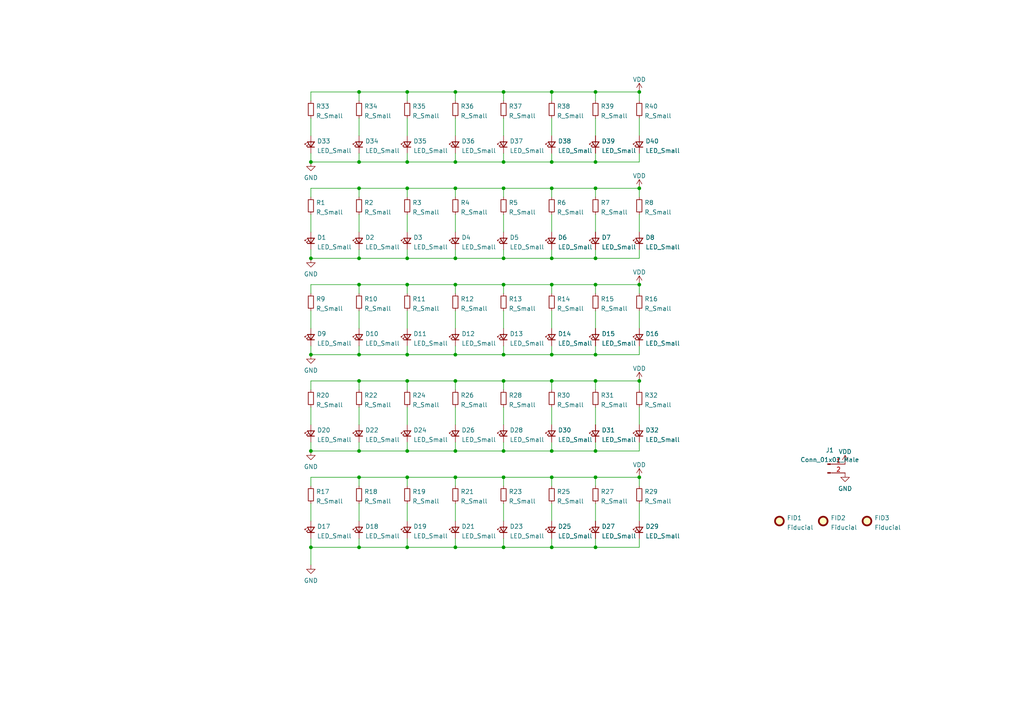
<source format=kicad_sch>
(kicad_sch (version 20231120) (generator "eeschema") (generator_version "8.0")
  (paper "A4")
  (lib_symbols
    (symbol "Connector:Conn_01x02_Male" (pin_names (offset 1.016) hide)
      (property "Reference" "J" (at 0 2.54 0))
      (property "Value" "Conn_01x02_Male" (at 0 -5.08 0))
      (symbol "Conn_01x02_Male_1_1"
        (polyline (pts (xy 1.27 -2.54) (xy 0.8636 -2.54)) (stroke (width 0.1524)))
        (polyline (pts (xy 1.27 0) (xy 0.8636 0)) (stroke (width 0.1524)))
        (rectangle (start 0.8636 -2.413) (end 0 -2.667) (stroke (width 0.1524)) (fill (type outline)))
        (rectangle (start 0.8636 0.127) (end 0 -0.127) (stroke (width 0.1524)) (fill (type outline)))
        (pin passive line (at 5.08 0 180) (length 3.81) (name "Pin_1") (number "1"))
        (pin passive line (at 5.08 -2.54 180) (length 3.81) (name "Pin_2") (number "2"))
      )
    )
    (symbol "Device:LED_Small" (pin_numbers hide) (pin_names (offset 0.254) hide)
      (property "Reference" "D" (at -1.27 3.175 0))
      (property "Value" "LED_Small" (at -4.445 -2.54 0))
      (symbol "LED_Small_0_1"
        (polyline (pts (xy -0.762 -1.016) (xy -0.762 1.016)) (stroke (width 0.254)))
        (polyline (pts (xy 1.016 0) (xy -0.762 0)))
        (polyline (pts (xy 0.762 -1.016) (xy -0.762 0) (xy 0.762 1.016) (xy 0.762 -1.016)) (stroke (width 0.254)))
        (polyline (pts (xy 0 0.762) (xy -0.508 1.27) (xy -0.254 1.27) (xy -0.508 1.27) (xy -0.508 1.016)))
        (polyline (pts (xy 0.508 1.27) (xy 0 1.778) (xy 0.254 1.778) (xy 0 1.778) (xy 0 1.524)))
      )
      (symbol "LED_Small_1_1"
        (pin passive line (at -2.54 0 0) (length 1.778) (name "K") (number "1"))
        (pin passive line (at 2.54 0 180) (length 1.778) (name "A") (number "2"))
      )
    )
    (symbol "Device:R_Small" (pin_numbers hide) (pin_names (offset 0.254) hide)
      (property "Reference" "R" (at 0.762 0.508 0))
      (property "Value" "R_Small" (at 0.762 -1.016 0))
      (symbol "R_Small_0_1"
        (rectangle (start -0.762 1.778) (end 0.762 -1.778) (stroke (width 0.2032)))
      )
      (symbol "R_Small_1_1"
        (pin passive line (at 0 2.54 270) (length 0.762) (name "~") (number "1"))
        (pin passive line (at 0 -2.54 90) (length 0.762) (name "~") (number "2"))
      )
    )
    (symbol "Mechanical:Fiducial"
      (property "Reference" "FID" (at 0 5.08 0))
      (property "Value" "Fiducial" (at 0 3.175 0))
      (symbol "Fiducial_0_1"
        (circle (center 0 0) (radius 1.27) (stroke (width 0.508)) (fill (type background)))
      )
    )
    (symbol "power:GND" (power) (pin_names (offset 0))
      (property "Value" "GND" (at 0 -3.81 0))
      (symbol "GND_0_1"
        (polyline (pts (xy 0 0) (xy 0 -1.27) (xy 1.27 -1.27) (xy 0 -2.54) (xy -1.27 -1.27) (xy 0 -1.27)))
      )
      (symbol "GND_1_1"
        (pin power_in line (at 0 0 270) (length 0) hide (name "GND") (number "1"))
      )
    )
    (symbol "power:VDD" (power) (pin_names (offset 0))
      (property "Value" "VDD" (at 0 3.81 0))
      (symbol "VDD_0_1"
        (polyline (pts (xy -0.762 1.27) (xy 0 2.54)))
        (polyline (pts (xy 0 0) (xy 0 2.54)))
        (polyline (pts (xy 0 2.54) (xy 0.762 1.27)))
      )
      (symbol "VDD_1_1"
        (pin power_in line (at 0 0 90) (length 0) hide (name "VDD") (number "1"))
      )
    )
  )
  (junction (at 118.11 46.99))
  (junction (at 146.05 138.43))
  (junction (at 104.14 26.67))
  (junction (at 104.14 130.81))
  (junction (at 132.08 102.87))
  (junction (at 118.11 130.81))
  (junction (at 104.14 110.49))
  (junction (at 104.14 102.87))
  (junction (at 118.11 54.61))
  (junction (at 146.05 102.87))
  (junction (at 160.02 26.67))
  (junction (at 118.11 158.75))
  (junction (at 160.02 74.93))
  (junction (at 90.17 130.81))
  (junction (at 146.05 54.61))
  (junction (at 146.05 110.49))
  (junction (at 132.08 74.93))
  (junction (at 160.02 110.49))
  (junction (at 104.14 82.55))
  (junction (at 90.17 74.93))
  (junction (at 104.14 158.75))
  (junction (at 118.11 110.49))
  (junction (at 172.72 82.55))
  (junction (at 118.11 138.43))
  (junction (at 160.02 158.75))
  (junction (at 118.11 74.93))
  (junction (at 90.17 46.99))
  (junction (at 160.02 54.61))
  (junction (at 132.08 130.81))
  (junction (at 185.42 54.61))
  (junction (at 185.42 26.67))
  (junction (at 172.72 46.99))
  (junction (at 118.11 102.87))
  (junction (at 185.42 82.55))
  (junction (at 104.14 138.43))
  (junction (at 104.14 46.99))
  (junction (at 132.08 46.99))
  (junction (at 172.72 138.43))
  (junction (at 172.72 110.49))
  (junction (at 132.08 110.49))
  (junction (at 132.08 82.55))
  (junction (at 185.42 110.49))
  (junction (at 172.72 158.75))
  (junction (at 172.72 130.81))
  (junction (at 146.05 74.93))
  (junction (at 90.17 158.75))
  (junction (at 146.05 82.55))
  (junction (at 172.72 54.61))
  (junction (at 132.08 158.75))
  (junction (at 160.02 138.43))
  (junction (at 172.72 102.87))
  (junction (at 132.08 26.67))
  (junction (at 160.02 130.81))
  (junction (at 160.02 102.87))
  (junction (at 104.14 54.61))
  (junction (at 118.11 82.55))
  (junction (at 146.05 130.81))
  (junction (at 185.42 138.43))
  (junction (at 172.72 74.93))
  (junction (at 118.11 26.67))
  (junction (at 132.08 54.61))
  (junction (at 90.17 102.87))
  (junction (at 146.05 26.67))
  (junction (at 160.02 46.99))
  (junction (at 104.14 74.93))
  (junction (at 172.72 26.67))
  (junction (at 132.08 138.43))
  (junction (at 146.05 46.99))
  (junction (at 160.02 82.55))
  (junction (at 146.05 158.75))
  (wire (pts (xy 118.11 138.43) (xy 118.11 140.97)))
  (wire (pts (xy 160.02 110.49) (xy 146.05 110.49)))
  (wire (pts (xy 118.11 54.61) (xy 132.08 54.61)))
  (wire (pts (xy 185.42 138.43) (xy 185.42 140.97)))
  (wire (pts (xy 132.08 102.87) (xy 146.05 102.87)))
  (wire (pts (xy 160.02 138.43) (xy 160.02 140.97)))
  (wire (pts (xy 172.72 26.67) (xy 160.02 26.67)))
  (wire (pts (xy 132.08 54.61) (xy 132.08 57.15)))
  (wire (pts (xy 132.08 62.23) (xy 132.08 67.31)))
  (wire (pts (xy 146.05 138.43) (xy 146.05 140.97)))
  (wire (pts (xy 185.42 146.05) (xy 185.42 151.13)))
  (wire (pts (xy 90.17 158.75) (xy 90.17 163.83)))
  (wire (pts (xy 132.08 130.81) (xy 146.05 130.81)))
  (wire (pts (xy 146.05 146.05) (xy 146.05 151.13)))
  (wire (pts (xy 172.72 82.55) (xy 172.72 85.09)))
  (wire (pts (xy 146.05 26.67) (xy 160.02 26.67)))
  (wire (pts (xy 118.11 110.49) (xy 118.11 113.03)))
  (wire (pts (xy 132.08 158.75) (xy 146.05 158.75)))
  (wire (pts (xy 185.42 46.99) (xy 185.42 44.45)))
  (wire (pts (xy 90.17 128.27) (xy 90.17 130.81)))
  (wire (pts (xy 90.17 72.39) (xy 90.17 74.93)))
  (wire (pts (xy 104.14 100.33) (xy 104.14 102.87)))
  (wire (pts (xy 172.72 26.67) (xy 172.72 29.21)))
  (wire (pts (xy 185.42 158.75) (xy 185.42 156.21)))
  (wire (pts (xy 146.05 82.55) (xy 146.05 85.09)))
  (wire (pts (xy 132.08 26.67) (xy 132.08 29.21)))
  (wire (pts (xy 118.11 158.75) (xy 132.08 158.75)))
  (wire (pts (xy 104.14 34.29) (xy 104.14 39.37)))
  (wire (pts (xy 146.05 72.39) (xy 146.05 74.93)))
  (wire (pts (xy 132.08 138.43) (xy 132.08 140.97)))
  (wire (pts (xy 90.17 130.81) (xy 104.14 130.81)))
  (wire (pts (xy 146.05 26.67) (xy 132.08 26.67)))
  (wire (pts (xy 146.05 118.11) (xy 146.05 123.19)))
  (wire (pts (xy 90.17 100.33) (xy 90.17 102.87)))
  (wire (pts (xy 90.17 74.93) (xy 104.14 74.93)))
  (wire (pts (xy 160.02 110.49) (xy 160.02 113.03)))
  (wire (pts (xy 118.11 110.49) (xy 132.08 110.49)))
  (wire (pts (xy 90.17 110.49) (xy 104.14 110.49)))
  (wire (pts (xy 146.05 138.43) (xy 132.08 138.43)))
  (wire (pts (xy 172.72 72.39) (xy 172.72 74.93)))
  (wire (pts (xy 160.02 128.27) (xy 160.02 130.81)))
  (wire (pts (xy 160.02 26.67) (xy 160.02 29.21)))
  (wire (pts (xy 90.17 140.97) (xy 90.17 138.43)))
  (wire (pts (xy 104.14 110.49) (xy 104.14 113.03)))
  (wire (pts (xy 146.05 100.33) (xy 146.05 102.87)))
  (wire (pts (xy 160.02 46.99) (xy 172.72 46.99)))
  (wire (pts (xy 160.02 74.93) (xy 172.72 74.93)))
  (wire (pts (xy 118.11 138.43) (xy 104.14 138.43)))
  (wire (pts (xy 132.08 26.67) (xy 118.11 26.67)))
  (wire (pts (xy 132.08 44.45) (xy 132.08 46.99)))
  (wire (pts (xy 118.11 156.21) (xy 118.11 158.75)))
  (wire (pts (xy 90.17 29.21) (xy 90.17 26.67)))
  (wire (pts (xy 160.02 102.87) (xy 172.72 102.87)))
  (wire (pts (xy 146.05 46.99) (xy 160.02 46.99)))
  (wire (pts (xy 185.42 34.29) (xy 185.42 39.37)))
  (wire (pts (xy 172.72 110.49) (xy 172.72 113.03)))
  (wire (pts (xy 90.17 156.21) (xy 90.17 158.75)))
  (wire (pts (xy 172.72 82.55) (xy 160.02 82.55)))
  (wire (pts (xy 90.17 102.87) (xy 104.14 102.87)))
  (wire (pts (xy 90.17 34.29) (xy 90.17 39.37)))
  (wire (pts (xy 104.14 118.11) (xy 104.14 123.19)))
  (wire (pts (xy 160.02 130.81) (xy 172.72 130.81)))
  (wire (pts (xy 132.08 128.27) (xy 132.08 130.81)))
  (wire (pts (xy 160.02 90.17) (xy 160.02 95.25)))
  (wire (pts (xy 90.17 62.23) (xy 90.17 67.31)))
  (wire (pts (xy 104.14 128.27) (xy 104.14 130.81)))
  (wire (pts (xy 146.05 74.93) (xy 160.02 74.93)))
  (wire (pts (xy 146.05 128.27) (xy 146.05 130.81)))
  (wire (pts (xy 104.14 130.81) (xy 118.11 130.81)))
  (wire (pts (xy 172.72 158.75) (xy 185.42 158.75)))
  (wire (pts (xy 172.72 62.23) (xy 172.72 67.31)))
  (wire (pts (xy 104.14 158.75) (xy 118.11 158.75)))
  (wire (pts (xy 90.17 90.17) (xy 90.17 95.25)))
  (wire (pts (xy 160.02 118.11) (xy 160.02 123.19)))
  (wire (pts (xy 160.02 100.33) (xy 160.02 102.87)))
  (wire (pts (xy 146.05 82.55) (xy 160.02 82.55)))
  (wire (pts (xy 90.17 85.09) (xy 90.17 82.55)))
  (wire (pts (xy 172.72 90.17) (xy 172.72 95.25)))
  (wire (pts (xy 185.42 110.49) (xy 185.42 113.03)))
  (wire (pts (xy 172.72 74.93) (xy 185.42 74.93)))
  (wire (pts (xy 160.02 72.39) (xy 160.02 74.93)))
  (wire (pts (xy 172.72 156.21) (xy 172.72 158.75)))
  (wire (pts (xy 172.72 26.67) (xy 185.42 26.67)))
  (wire (pts (xy 172.72 46.99) (xy 185.42 46.99)))
  (wire (pts (xy 146.05 62.23) (xy 146.05 67.31)))
  (wire (pts (xy 90.17 46.99) (xy 104.14 46.99)))
  (wire (pts (xy 146.05 44.45) (xy 146.05 46.99)))
  (wire (pts (xy 172.72 34.29) (xy 172.72 39.37)))
  (wire (pts (xy 104.14 54.61) (xy 104.14 57.15)))
  (wire (pts (xy 160.02 44.45) (xy 160.02 46.99)))
  (wire (pts (xy 160.02 146.05) (xy 160.02 151.13)))
  (wire (pts (xy 90.17 118.11) (xy 90.17 123.19)))
  (wire (pts (xy 185.42 54.61) (xy 185.42 57.15)))
  (wire (pts (xy 118.11 82.55) (xy 118.11 85.09)))
  (wire (pts (xy 90.17 158.75) (xy 104.14 158.75)))
  (wire (pts (xy 146.05 110.49) (xy 146.05 113.03)))
  (wire (pts (xy 118.11 26.67) (xy 118.11 29.21)))
  (wire (pts (xy 172.72 100.33) (xy 172.72 102.87)))
  (wire (pts (xy 104.14 156.21) (xy 104.14 158.75)))
  (wire (pts (xy 118.11 46.99) (xy 132.08 46.99)))
  (wire (pts (xy 172.72 118.11) (xy 172.72 123.19)))
  (wire (pts (xy 132.08 72.39) (xy 132.08 74.93)))
  (wire (pts (xy 160.02 62.23) (xy 160.02 67.31)))
  (wire (pts (xy 185.42 138.43) (xy 172.72 138.43)))
  (wire (pts (xy 118.11 128.27) (xy 118.11 130.81)))
  (wire (pts (xy 104.14 90.17) (xy 104.14 95.25)))
  (wire (pts (xy 118.11 100.33) (xy 118.11 102.87)))
  (wire (pts (xy 118.11 102.87) (xy 132.08 102.87)))
  (wire (pts (xy 160.02 54.61) (xy 172.72 54.61)))
  (wire (pts (xy 104.14 82.55) (xy 90.17 82.55)))
  (wire (pts (xy 185.42 130.81) (xy 185.42 128.27)))
  (wire (pts (xy 185.42 82.55) (xy 185.42 85.09)))
  (wire (pts (xy 185.42 110.49) (xy 172.72 110.49)))
  (wire (pts (xy 118.11 26.67) (xy 104.14 26.67)))
  (wire (pts (xy 118.11 118.11) (xy 118.11 123.19)))
  (wire (pts (xy 132.08 156.21) (xy 132.08 158.75)))
  (wire (pts (xy 160.02 34.29) (xy 160.02 39.37)))
  (wire (pts (xy 146.05 130.81) (xy 160.02 130.81)))
  (wire (pts (xy 146.05 102.87) (xy 160.02 102.87)))
  (wire (pts (xy 132.08 110.49) (xy 132.08 113.03)))
  (wire (pts (xy 104.14 62.23) (xy 104.14 67.31)))
  (wire (pts (xy 185.42 74.93) (xy 185.42 72.39)))
  (wire (pts (xy 118.11 90.17) (xy 118.11 95.25)))
  (wire (pts (xy 146.05 110.49) (xy 132.08 110.49)))
  (wire (pts (xy 160.02 110.49) (xy 172.72 110.49)))
  (wire (pts (xy 132.08 82.55) (xy 132.08 85.09)))
  (wire (pts (xy 132.08 90.17) (xy 132.08 95.25)))
  (wire (pts (xy 132.08 118.11) (xy 132.08 123.19)))
  (wire (pts (xy 104.14 102.87) (xy 118.11 102.87)))
  (wire (pts (xy 146.05 156.21) (xy 146.05 158.75)))
  (wire (pts (xy 104.14 72.39) (xy 104.14 74.93)))
  (wire (pts (xy 132.08 34.29) (xy 132.08 39.37)))
  (wire (pts (xy 172.72 130.81) (xy 185.42 130.81)))
  (wire (pts (xy 146.05 34.29) (xy 146.05 39.37)))
  (wire (pts (xy 90.17 113.03) (xy 90.17 110.49)))
  (wire (pts (xy 185.42 90.17) (xy 185.42 95.25)))
  (wire (pts (xy 185.42 26.67) (xy 185.42 29.21)))
  (wire (pts (xy 104.14 110.49) (xy 118.11 110.49)))
  (wire (pts (xy 146.05 90.17) (xy 146.05 95.25)))
  (wire (pts (xy 104.14 138.43) (xy 90.17 138.43)))
  (wire (pts (xy 172.72 138.43) (xy 160.02 138.43)))
  (wire (pts (xy 185.42 54.61) (xy 172.72 54.61)))
  (wire (pts (xy 104.14 74.93) (xy 118.11 74.93)))
  (wire (pts (xy 90.17 26.67) (xy 104.14 26.67)))
  (wire (pts (xy 118.11 54.61) (xy 118.11 57.15)))
  (wire (pts (xy 172.72 102.87) (xy 185.42 102.87)))
  (wire (pts (xy 90.17 57.15) (xy 90.17 54.61)))
  (wire (pts (xy 90.17 146.05) (xy 90.17 151.13)))
  (wire (pts (xy 172.72 44.45) (xy 172.72 46.99)))
  (wire (pts (xy 104.14 82.55) (xy 118.11 82.55)))
  (wire (pts (xy 132.08 74.93) (xy 146.05 74.93)))
  (wire (pts (xy 160.02 158.75) (xy 172.72 158.75)))
  (wire (pts (xy 118.11 44.45) (xy 118.11 46.99)))
  (wire (pts (xy 172.72 128.27) (xy 172.72 130.81)))
  (wire (pts (xy 118.11 130.81) (xy 132.08 130.81)))
  (wire (pts (xy 104.14 146.05) (xy 104.14 151.13)))
  (wire (pts (xy 132.08 82.55) (xy 118.11 82.55)))
  (wire (pts (xy 146.05 54.61) (xy 146.05 57.15)))
  (wire (pts (xy 160.02 54.61) (xy 146.05 54.61)))
  (wire (pts (xy 118.11 74.93) (xy 132.08 74.93)))
  (wire (pts (xy 90.17 44.45) (xy 90.17 46.99)))
  (wire (pts (xy 132.08 46.99) (xy 146.05 46.99)))
  (wire (pts (xy 104.14 54.61) (xy 118.11 54.61)))
  (wire (pts (xy 118.11 138.43) (xy 132.08 138.43)))
  (wire (pts (xy 172.72 54.61) (xy 172.72 57.15)))
  (wire (pts (xy 118.11 146.05) (xy 118.11 151.13)))
  (wire (pts (xy 132.08 146.05) (xy 132.08 151.13)))
  (wire (pts (xy 185.42 118.11) (xy 185.42 123.19)))
  (wire (pts (xy 146.05 26.67) (xy 146.05 29.21)))
  (wire (pts (xy 118.11 72.39) (xy 118.11 74.93)))
  (wire (pts (xy 160.02 138.43) (xy 146.05 138.43)))
  (wire (pts (xy 172.72 138.43) (xy 172.72 140.97)))
  (wire (pts (xy 132.08 82.55) (xy 146.05 82.55)))
  (wire (pts (xy 104.14 44.45) (xy 104.14 46.99)))
  (wire (pts (xy 185.42 62.23) (xy 185.42 67.31)))
  (wire (pts (xy 146.05 158.75) (xy 160.02 158.75)))
  (wire (pts (xy 132.08 100.33) (xy 132.08 102.87)))
  (wire (pts (xy 104.14 54.61) (xy 90.17 54.61)))
  (wire (pts (xy 172.72 82.55) (xy 185.42 82.55)))
  (wire (pts (xy 160.02 54.61) (xy 160.02 57.15)))
  (wire (pts (xy 104.14 82.55) (xy 104.14 85.09)))
  (wire (pts (xy 104.14 138.43) (xy 104.14 140.97)))
  (wire (pts (xy 104.14 26.67) (xy 104.14 29.21)))
  (wire (pts (xy 160.02 82.55) (xy 160.02 85.09)))
  (wire (pts (xy 118.11 34.29) (xy 118.11 39.37)))
  (wire (pts (xy 160.02 156.21) (xy 160.02 158.75)))
  (wire (pts (xy 104.14 46.99) (xy 118.11 46.99)))
  (wire (pts (xy 172.72 146.05) (xy 172.72 151.13)))
  (wire (pts (xy 132.08 54.61) (xy 146.05 54.61)))
  (wire (pts (xy 185.42 102.87) (xy 185.42 100.33)))
  (wire (pts (xy 118.11 62.23) (xy 118.11 67.31)))
  (symbol (lib_id "Device:R_Small") (at 172.72 115.57 0) (unit 1)
    (property "Reference" "R31" (at 174.2186 114.6615 0) (effects (justify left)))
    (property "Value" "R_Small" (at 174.2186 117.4366 0) (effects (justify left)))
    (property "Footprint" "Resistor_SMD:R_0603_1608Metric" (effects (hide yes)))
  )
  (symbol (lib_id "Device:R_Small") (at 118.11 115.57 0) (unit 1)
    (property "Reference" "R24" (at 119.6086 114.6615 0) (effects (justify left)))
    (property "Value" "R_Small" (at 119.6086 117.4366 0) (effects (justify left)))
    (property "Footprint" "Resistor_SMD:R_0603_1608Metric" (effects (hide yes)))
  )
  (symbol (lib_id "Device:R_Small") (at 90.17 87.63 0) (unit 1)
    (property "Reference" "R9" (at 91.6686 86.7215 0) (effects (justify left)))
    (property "Value" "R_Small" (at 91.6686 89.4966 0) (effects (justify left)))
    (property "Footprint" "Resistor_SMD:R_0603_1608Metric" (effects (hide yes)))
  )
  (symbol (lib_id "power:GND") (at 90.17 130.81 0) (unit 1)
    (property "Reference" "#PWR0108" (effects (hide yes)))
    (property "Value" "GND" (at 90.17 135.3725 0))
  )
  (symbol (lib_id "Device:LED_Small") (at 118.11 69.85 90) (unit 1)
    (property "Reference" "D3" (at 119.888 68.878 90) (effects (justify right)))
    (property "Value" "LED_Small" (at 119.888 71.6531 90) (effects (justify right)))
    (property "Footprint" "LED_SMD:LED_0603_1608Metric" (effects (hide yes)))
  )
  (symbol (lib_id "Device:R_Small") (at 118.11 59.69 0) (unit 1)
    (property "Reference" "R3" (at 119.6086 58.7815 0) (effects (justify left)))
    (property "Value" "R_Small" (at 119.6086 61.5566 0) (effects (justify left)))
    (property "Footprint" "Resistor_SMD:R_0603_1608Metric" (effects (hide yes)))
  )
  (symbol (lib_id "Device:LED_Small") (at 118.11 97.79 90) (unit 1)
    (property "Reference" "D11" (at 119.888 96.818 90) (effects (justify right)))
    (property "Value" "LED_Small" (at 119.888 99.5931 90) (effects (justify right)))
    (property "Footprint" "LED_SMD:LED_0603_1608Metric" (effects (hide yes)))
  )
  (symbol (lib_id "Device:LED_Small") (at 172.72 153.67 90) (unit 1)
    (property "Reference" "D27" (at 174.498 152.698 90) (effects (justify right)))
    (property "Value" "LED_Small" (at 174.498 155.4731 90) (effects (justify right)))
    (property "Footprint" "LED_SMD:LED_0603_1608Metric" (effects (hide yes)))
  )
  (symbol (lib_id "Device:LED_Small") (at 118.11 153.67 90) (unit 1)
    (property "Reference" "D19" (at 119.888 152.698 90) (effects (justify right)))
    (property "Value" "LED_Small" (at 119.888 155.4731 90) (effects (justify right)))
    (property "Footprint" "LED_SMD:LED_0603_1608Metric" (effects (hide yes)))
  )
  (symbol (lib_id "Device:R_Small") (at 185.42 115.57 0) (unit 1)
    (property "Reference" "R32" (at 186.9186 114.6615 0) (effects (justify left)))
    (property "Value" "R_Small" (at 186.9186 117.4366 0) (effects (justify left)))
    (property "Footprint" "Resistor_SMD:R_0603_1608Metric" (effects (hide yes)))
  )
  (symbol (lib_id "Device:R_Small") (at 104.14 115.57 0) (unit 1)
    (property "Reference" "R22" (at 105.6386 114.6615 0) (effects (justify left)))
    (property "Value" "R_Small" (at 105.6386 117.4366 0) (effects (justify left)))
    (property "Footprint" "Resistor_SMD:R_0603_1608Metric" (effects (hide yes)))
  )
  (symbol (lib_id "power:VDD") (at 185.42 54.61 0) (unit 1)
    (property "Reference" "#PWR0101" (effects (hide yes)))
    (property "Value" "VDD" (at 185.42 51.0055 0))
  )
  (symbol (lib_id "Device:LED_Small") (at 118.11 125.73 90) (unit 1)
    (property "Reference" "D24" (at 119.888 124.758 90) (effects (justify right)))
    (property "Value" "LED_Small" (at 119.888 127.5331 90) (effects (justify right)))
    (property "Footprint" "LED_SMD:LED_0603_1608Metric" (effects (hide yes)))
  )
  (symbol (lib_id "Device:R_Small") (at 185.42 143.51 0) (unit 1)
    (property "Reference" "R29" (at 186.9186 142.6015 0) (effects (justify left)))
    (property "Value" "R_Small" (at 186.9186 145.3766 0) (effects (justify left)))
    (property "Footprint" "Resistor_SMD:R_0603_1608Metric" (effects (hide yes)))
  )
  (symbol (lib_id "power:GND") (at 245.11 137.16 0) (unit 1)
    (property "Reference" "#PWR0106" (effects (hide yes)))
    (property "Value" "GND" (at 245.11 141.7225 0))
  )
  (symbol (lib_id "power:GND") (at 90.17 46.99 0) (unit 1)
    (property "Reference" "#PWR0111" (effects (hide yes)))
    (property "Value" "GND" (at 90.17 51.5525 0))
  )
  (symbol (lib_id "Device:R_Small") (at 118.11 143.51 0) (unit 1)
    (property "Reference" "R19" (at 119.6086 142.6015 0) (effects (justify left)))
    (property "Value" "R_Small" (at 119.6086 145.3766 0) (effects (justify left)))
    (property "Footprint" "Resistor_SMD:R_0603_1608Metric" (effects (hide yes)))
  )
  (symbol (lib_id "Device:LED_Small") (at 90.17 125.73 90) (unit 1)
    (property "Reference" "D20" (at 91.948 124.758 90) (effects (justify right)))
    (property "Value" "LED_Small" (at 91.948 127.5331 90) (effects (justify right)))
    (property "Footprint" "LED_SMD:LED_0603_1608Metric" (effects (hide yes)))
  )
  (symbol (lib_id "power:VDD") (at 185.42 138.43 0) (unit 1)
    (property "Reference" "#PWR0109" (effects (hide yes)))
    (property "Value" "VDD" (at 185.42 134.8255 0))
  )
  (symbol (lib_id "Device:R_Small") (at 160.02 31.75 0) (unit 1)
    (property "Reference" "R38" (at 161.5186 30.8415 0) (effects (justify left)))
    (property "Value" "R_Small" (at 161.5186 33.6166 0) (effects (justify left)))
    (property "Footprint" "Resistor_SMD:R_0603_1608Metric" (effects (hide yes)))
  )
  (symbol (lib_id "Device:R_Small") (at 132.08 31.75 0) (unit 1)
    (property "Reference" "R36" (at 133.5786 30.8415 0) (effects (justify left)))
    (property "Value" "R_Small" (at 133.5786 33.6166 0) (effects (justify left)))
    (property "Footprint" "Resistor_SMD:R_0603_1608Metric" (effects (hide yes)))
  )
  (symbol (lib_id "Device:R_Small") (at 132.08 59.69 0) (unit 1)
    (property "Reference" "R4" (at 133.5786 58.7815 0) (effects (justify left)))
    (property "Value" "R_Small" (at 133.5786 61.5566 0) (effects (justify left)))
    (property "Footprint" "Resistor_SMD:R_0603_1608Metric" (effects (hide yes)))
  )
  (symbol (lib_id "Device:LED_Small") (at 104.14 97.79 90) (unit 1)
    (property "Reference" "D10" (at 105.918 96.818 90) (effects (justify right)))
    (property "Value" "LED_Small" (at 105.918 99.5931 90) (effects (justify right)))
    (property "Footprint" "LED_SMD:LED_0603_1608Metric" (effects (hide yes)))
  )
  (symbol (lib_id "Device:R_Small") (at 146.05 143.51 0) (unit 1)
    (property "Reference" "R23" (at 147.5486 142.6015 0) (effects (justify left)))
    (property "Value" "R_Small" (at 147.5486 145.3766 0) (effects (justify left)))
    (property "Footprint" "Resistor_SMD:R_0603_1608Metric" (effects (hide yes)))
  )
  (symbol (lib_id "Device:R_Small") (at 118.11 87.63 0) (unit 1)
    (property "Reference" "R11" (at 119.6086 86.7215 0) (effects (justify left)))
    (property "Value" "R_Small" (at 119.6086 89.4966 0) (effects (justify left)))
    (property "Footprint" "Resistor_SMD:R_0603_1608Metric" (effects (hide yes)))
  )
  (symbol (lib_id "Device:R_Small") (at 185.42 59.69 0) (unit 1)
    (property "Reference" "R8" (at 186.9186 58.7815 0) (effects (justify left)))
    (property "Value" "R_Small" (at 186.9186 61.5566 0) (effects (justify left)))
    (property "Footprint" "Resistor_SMD:R_0603_1608Metric" (effects (hide yes)))
  )
  (symbol (lib_id "Device:LED_Small") (at 90.17 153.67 90) (unit 1)
    (property "Reference" "D17" (at 91.948 152.698 90) (effects (justify right)))
    (property "Value" "LED_Small" (at 91.948 155.4731 90) (effects (justify right)))
    (property "Footprint" "LED_SMD:LED_0603_1608Metric" (effects (hide yes)))
  )
  (symbol (lib_id "Device:LED_Small") (at 146.05 97.79 90) (unit 1)
    (property "Reference" "D13" (at 147.828 96.818 90) (effects (justify right)))
    (property "Value" "LED_Small" (at 147.828 99.5931 90) (effects (justify right)))
    (property "Footprint" "LED_SMD:LED_0603_1608Metric" (effects (hide yes)))
  )
  (symbol (lib_id "Device:R_Small") (at 90.17 31.75 0) (unit 1)
    (property "Reference" "R33" (at 91.6686 30.8415 0) (effects (justify left)))
    (property "Value" "R_Small" (at 91.6686 33.6166 0) (effects (justify left)))
    (property "Footprint" "Resistor_SMD:R_0603_1608Metric" (effects (hide yes)))
  )
  (symbol (lib_id "Device:LED_Small") (at 104.14 69.85 90) (unit 1)
    (property "Reference" "D2" (at 105.918 68.878 90) (effects (justify right)))
    (property "Value" "LED_Small" (at 105.918 71.6531 90) (effects (justify right)))
    (property "Footprint" "LED_SMD:LED_0603_1608Metric" (effects (hide yes)))
  )
  (symbol (lib_id "Device:R_Small") (at 118.11 31.75 0) (unit 1)
    (property "Reference" "R35" (at 119.6086 30.8415 0) (effects (justify left)))
    (property "Value" "R_Small" (at 119.6086 33.6166 0) (effects (justify left)))
    (property "Footprint" "Resistor_SMD:R_0603_1608Metric" (effects (hide yes)))
  )
  (symbol (lib_id "Device:R_Small") (at 185.42 31.75 0) (unit 1)
    (property "Reference" "R40" (at 186.9186 30.8415 0) (effects (justify left)))
    (property "Value" "R_Small" (at 186.9186 33.6166 0) (effects (justify left)))
    (property "Footprint" "Resistor_SMD:R_0603_1608Metric" (effects (hide yes)))
  )
  (symbol (lib_id "Device:LED_Small") (at 160.02 97.79 90) (unit 1)
    (property "Reference" "D14" (at 161.798 96.818 90) (effects (justify right)))
    (property "Value" "LED_Small" (at 161.798 99.5931 90) (effects (justify right)))
    (property "Footprint" "LED_SMD:LED_0603_1608Metric" (effects (hide yes)))
  )
  (symbol (lib_id "Device:R_Small") (at 146.05 31.75 0) (unit 1)
    (property "Reference" "R37" (at 147.5486 30.8415 0) (effects (justify left)))
    (property "Value" "R_Small" (at 147.5486 33.6166 0) (effects (justify left)))
    (property "Footprint" "Resistor_SMD:R_0603_1608Metric" (effects (hide yes)))
  )
  (symbol (lib_id "Device:R_Small") (at 104.14 31.75 0) (unit 1)
    (property "Reference" "R34" (at 105.6386 30.8415 0) (effects (justify left)))
    (property "Value" "R_Small" (at 105.6386 33.6166 0) (effects (justify left)))
    (property "Footprint" "Resistor_SMD:R_0603_1608Metric" (effects (hide yes)))
  )
  (symbol (lib_id "Device:LED_Small") (at 172.72 41.91 90) (unit 1)
    (property "Reference" "D39" (at 174.498 40.938 90) (effects (justify right)))
    (property "Value" "LED_Small" (at 174.498 43.7131 90) (effects (justify right)))
    (property "Footprint" "LED_SMD:LED_0603_1608Metric" (effects (hide yes)))
  )
  (symbol (lib_id "Device:LED_Small") (at 90.17 97.79 90) (unit 1)
    (property "Reference" "D9" (at 91.948 96.818 90) (effects (justify right)))
    (property "Value" "LED_Small" (at 91.948 99.5931 90) (effects (justify right)))
    (property "Footprint" "LED_SMD:LED_0603_1608Metric" (effects (hide yes)))
  )
  (symbol (lib_id "Device:R_Small") (at 172.72 87.63 0) (unit 1)
    (property "Reference" "R15" (at 174.2186 86.7215 0) (effects (justify left)))
    (property "Value" "R_Small" (at 174.2186 89.4966 0) (effects (justify left)))
    (property "Footprint" "Resistor_SMD:R_0603_1608Metric" (effects (hide yes)))
  )
  (symbol (lib_id "Device:R_Small") (at 172.72 59.69 0) (unit 1)
    (property "Reference" "R7" (at 174.2186 58.7815 0) (effects (justify left)))
    (property "Value" "R_Small" (at 174.2186 61.5566 0) (effects (justify left)))
    (property "Footprint" "Resistor_SMD:R_0603_1608Metric" (effects (hide yes)))
  )
  (symbol (lib_id "Device:LED_Small") (at 132.08 153.67 90) (unit 1)
    (property "Reference" "D21" (at 133.858 152.698 90) (effects (justify right)))
    (property "Value" "LED_Small" (at 133.858 155.4731 90) (effects (justify right)))
    (property "Footprint" "LED_SMD:LED_0603_1608Metric" (effects (hide yes)))
  )
  (symbol (lib_id "Mechanical:Fiducial") (at 251.46 151.13 0) (unit 1)
    (property "Reference" "FID3" (at 253.619 150.2215 0) (effects (justify left)))
    (property "Value" "Fiducial" (at 253.619 152.9966 0) (effects (justify left)))
    (property "Footprint" "Fiducial:Fiducial_1mm_Mask3mm" (effects (hide yes)))
  )
  (symbol (lib_id "Device:LED_Small") (at 185.42 125.73 90) (unit 1)
    (property "Reference" "D32" (at 187.198 124.758 90) (effects (justify right)))
    (property "Value" "LED_Small" (at 187.198 127.5331 90) (effects (justify right)))
    (property "Footprint" "LED_SMD:LED_0603_1608Metric" (effects (hide yes)))
  )
  (symbol (lib_id "Device:R_Small") (at 90.17 59.69 0) (unit 1)
    (property "Reference" "R1" (at 91.6686 58.7815 0) (effects (justify left)))
    (property "Value" "R_Small" (at 91.6686 61.5566 0) (effects (justify left)))
    (property "Footprint" "Resistor_SMD:R_0603_1608Metric" (effects (hide yes)))
  )
  (symbol (lib_id "Device:R_Small") (at 160.02 143.51 0) (unit 1)
    (property "Reference" "R25" (at 161.5186 142.6015 0) (effects (justify left)))
    (property "Value" "R_Small" (at 161.5186 145.3766 0) (effects (justify left)))
    (property "Footprint" "Resistor_SMD:R_0603_1608Metric" (effects (hide yes)))
  )
  (symbol (lib_id "Device:LED_Small") (at 160.02 69.85 90) (unit 1)
    (property "Reference" "D6" (at 161.798 68.878 90) (effects (justify right)))
    (property "Value" "LED_Small" (at 161.798 71.6531 90) (effects (justify right)))
    (property "Footprint" "LED_SMD:LED_0603_1608Metric" (effects (hide yes)))
  )
  (symbol (lib_id "Device:R_Small") (at 104.14 143.51 0) (unit 1)
    (property "Reference" "R18" (at 105.6386 142.6015 0) (effects (justify left)))
    (property "Value" "R_Small" (at 105.6386 145.3766 0) (effects (justify left)))
    (property "Footprint" "Resistor_SMD:R_0603_1608Metric" (effects (hide yes)))
  )
  (symbol (lib_id "Mechanical:Fiducial") (at 238.76 151.13 0) (unit 1)
    (property "Reference" "FID2" (at 240.919 150.2215 0) (effects (justify left)))
    (property "Value" "Fiducial" (at 240.919 152.9966 0) (effects (justify left)))
    (property "Footprint" "Fiducial:Fiducial_1mm_Mask3mm" (effects (hide yes)))
  )
  (symbol (lib_id "Device:R_Small") (at 104.14 87.63 0) (unit 1)
    (property "Reference" "R10" (at 105.6386 86.7215 0) (effects (justify left)))
    (property "Value" "R_Small" (at 105.6386 89.4966 0) (effects (justify left)))
    (property "Footprint" "Resistor_SMD:R_0603_1608Metric" (effects (hide yes)))
  )
  (symbol (lib_id "Device:LED_Small") (at 132.08 125.73 90) (unit 1)
    (property "Reference" "D26" (at 133.858 124.758 90) (effects (justify right)))
    (property "Value" "LED_Small" (at 133.858 127.5331 90) (effects (justify right)))
    (property "Footprint" "LED_SMD:LED_0603_1608Metric" (effects (hide yes)))
  )
  (symbol (lib_id "power:VDD") (at 185.42 82.55 0) (unit 1)
    (property "Reference" "#PWR0103" (effects (hide yes)))
    (property "Value" "VDD" (at 185.42 78.9455 0))
  )
  (symbol (lib_id "Device:LED_Small") (at 90.17 41.91 90) (unit 1)
    (property "Reference" "D33" (at 91.948 40.938 90) (effects (justify right)))
    (property "Value" "LED_Small" (at 91.948 43.7131 90) (effects (justify right)))
    (property "Footprint" "LED_SMD:LED_0603_1608Metric" (effects (hide yes)))
  )
  (symbol (lib_id "Device:R_Small") (at 185.42 87.63 0) (unit 1)
    (property "Reference" "R16" (at 186.9186 86.7215 0) (effects (justify left)))
    (property "Value" "R_Small" (at 186.9186 89.4966 0) (effects (justify left)))
    (property "Footprint" "Resistor_SMD:R_0603_1608Metric" (effects (hide yes)))
  )
  (symbol (lib_id "Device:LED_Small") (at 146.05 125.73 90) (unit 1)
    (property "Reference" "D28" (at 147.828 124.758 90) (effects (justify right)))
    (property "Value" "LED_Small" (at 147.828 127.5331 90) (effects (justify right)))
    (property "Footprint" "LED_SMD:LED_0603_1608Metric" (effects (hide yes)))
  )
  (symbol (lib_id "Device:LED_Small") (at 104.14 41.91 90) (unit 1)
    (property "Reference" "D34" (at 105.918 40.938 90) (effects (justify right)))
    (property "Value" "LED_Small" (at 105.918 43.7131 90) (effects (justify right)))
    (property "Footprint" "LED_SMD:LED_0603_1608Metric" (effects (hide yes)))
  )
  (symbol (lib_id "Device:LED_Small") (at 160.02 153.67 90) (unit 1)
    (property "Reference" "D25" (at 161.798 152.698 90) (effects (justify right)))
    (property "Value" "LED_Small" (at 161.798 155.4731 90) (effects (justify right)))
    (property "Footprint" "LED_SMD:LED_0603_1608Metric" (effects (hide yes)))
  )
  (symbol (lib_id "Device:LED_Small") (at 185.42 41.91 90) (unit 1)
    (property "Reference" "D40" (at 187.198 40.938 90) (effects (justify right)))
    (property "Value" "LED_Small" (at 187.198 43.7131 90) (effects (justify right)))
    (property "Footprint" "LED_SMD:LED_0603_1608Metric" (effects (hide yes)))
  )
  (symbol (lib_id "Device:R_Small") (at 160.02 59.69 0) (unit 1)
    (property "Reference" "R6" (at 161.5186 58.7815 0) (effects (justify left)))
    (property "Value" "R_Small" (at 161.5186 61.5566 0) (effects (justify left)))
    (property "Footprint" "Resistor_SMD:R_0603_1608Metric" (effects (hide yes)))
  )
  (symbol (lib_id "Device:R_Small") (at 172.72 31.75 0) (unit 1)
    (property "Reference" "R39" (at 174.2186 30.8415 0) (effects (justify left)))
    (property "Value" "R_Small" (at 174.2186 33.6166 0) (effects (justify left)))
    (property "Footprint" "Resistor_SMD:R_0603_1608Metric" (effects (hide yes)))
  )
  (symbol (lib_id "Device:LED_Small") (at 185.42 69.85 90) (unit 1)
    (property "Reference" "D8" (at 187.198 68.878 90) (effects (justify right)))
    (property "Value" "LED_Small" (at 187.198 71.6531 90) (effects (justify right)))
    (property "Footprint" "LED_SMD:LED_0603_1608Metric" (effects (hide yes)))
  )
  (symbol (lib_id "Device:LED_Small") (at 104.14 153.67 90) (unit 1)
    (property "Reference" "D18" (at 105.918 152.698 90) (effects (justify right)))
    (property "Value" "LED_Small" (at 105.918 155.4731 90) (effects (justify right)))
    (property "Footprint" "LED_SMD:LED_0603_1608Metric" (effects (hide yes)))
  )
  (symbol (lib_id "Device:LED_Small") (at 160.02 41.91 90) (unit 1)
    (property "Reference" "D38" (at 161.798 40.938 90) (effects (justify right)))
    (property "Value" "LED_Small" (at 161.798 43.7131 90) (effects (justify right)))
    (property "Footprint" "LED_SMD:LED_0603_1608Metric" (effects (hide yes)))
  )
  (symbol (lib_id "Connector:Conn_01x02_Male") (at 240.03 134.62 0) (unit 1)
    (property "Reference" "J1" (at 240.665 130.5773 0))
    (property "Value" "Conn_01x02_Male" (at 240.665 133.3524 0))
    (property "Footprint" "Connector_PinHeader_2.54mm:PinHeader_1x02_P2.54mm_Vertical" (effects (hide yes)))
  )
  (symbol (lib_id "Device:LED_Small") (at 172.72 125.73 90) (unit 1)
    (property "Reference" "D31" (at 174.498 124.758 90) (effects (justify right)))
    (property "Value" "LED_Small" (at 174.498 127.5331 90) (effects (justify right)))
    (property "Footprint" "LED_SMD:LED_0603_1608Metric" (effects (hide yes)))
  )
  (symbol (lib_id "power:GND") (at 90.17 102.87 0) (unit 1)
    (property "Reference" "#PWR0104" (effects (hide yes)))
    (property "Value" "GND" (at 90.17 107.4325 0))
  )
  (symbol (lib_id "Device:R_Small") (at 132.08 143.51 0) (unit 1)
    (property "Reference" "R21" (at 133.5786 142.6015 0) (effects (justify left)))
    (property "Value" "R_Small" (at 133.5786 145.3766 0) (effects (justify left)))
    (property "Footprint" "Resistor_SMD:R_0603_1608Metric" (effects (hide yes)))
  )
  (symbol (lib_id "Device:LED_Small") (at 132.08 69.85 90) (unit 1)
    (property "Reference" "D4" (at 133.858 68.878 90) (effects (justify right)))
    (property "Value" "LED_Small" (at 133.858 71.6531 90) (effects (justify right)))
    (property "Footprint" "LED_SMD:LED_0603_1608Metric" (effects (hide yes)))
  )
  (symbol (lib_id "Device:LED_Small") (at 185.42 153.67 90) (unit 1)
    (property "Reference" "D29" (at 187.198 152.698 90) (effects (justify right)))
    (property "Value" "LED_Small" (at 187.198 155.4731 90) (effects (justify right)))
    (property "Footprint" "LED_SMD:LED_0603_1608Metric" (effects (hide yes)))
  )
  (symbol (lib_id "power:VDD") (at 185.42 110.49 0) (unit 1)
    (property "Reference" "#PWR0107" (effects (hide yes)))
    (property "Value" "VDD" (at 185.42 106.8855 0))
  )
  (symbol (lib_id "Device:R_Small") (at 160.02 115.57 0) (unit 1)
    (property "Reference" "R30" (at 161.5186 114.6615 0) (effects (justify left)))
    (property "Value" "R_Small" (at 161.5186 117.4366 0) (effects (justify left)))
    (property "Footprint" "Resistor_SMD:R_0603_1608Metric" (effects (hide yes)))
  )
  (symbol (lib_id "Device:LED_Small") (at 132.08 97.79 90) (unit 1)
    (property "Reference" "D12" (at 133.858 96.818 90) (effects (justify right)))
    (property "Value" "LED_Small" (at 133.858 99.5931 90) (effects (justify right)))
    (property "Footprint" "LED_SMD:LED_0603_1608Metric" (effects (hide yes)))
  )
  (symbol (lib_id "Device:R_Small") (at 132.08 115.57 0) (unit 1)
    (property "Reference" "R26" (at 133.5786 114.6615 0) (effects (justify left)))
    (property "Value" "R_Small" (at 133.5786 117.4366 0) (effects (justify left)))
    (property "Footprint" "Resistor_SMD:R_0603_1608Metric" (effects (hide yes)))
  )
  (symbol (lib_id "Device:LED_Small") (at 146.05 153.67 90) (unit 1)
    (property "Reference" "D23" (at 147.828 152.698 90) (effects (justify right)))
    (property "Value" "LED_Small" (at 147.828 155.4731 90) (effects (justify right)))
    (property "Footprint" "LED_SMD:LED_0603_1608Metric" (effects (hide yes)))
  )
  (symbol (lib_id "power:VDD") (at 245.11 134.62 0) (unit 1)
    (property "Reference" "#PWR0105" (effects (hide yes)))
    (property "Value" "VDD" (at 245.11 131.0155 0))
  )
  (symbol (lib_id "Mechanical:Fiducial") (at 226.06 151.13 0) (unit 1)
    (property "Reference" "FID1" (at 228.219 150.2215 0) (effects (justify left)))
    (property "Value" "Fiducial" (at 228.219 152.9966 0) (effects (justify left)))
    (property "Footprint" "Fiducial:Fiducial_1mm_Mask3mm" (effects (hide yes)))
  )
  (symbol (lib_id "Device:LED_Small") (at 172.72 97.79 90) (unit 1)
    (property "Reference" "D15" (at 174.498 96.818 90) (effects (justify right)))
    (property "Value" "LED_Small" (at 174.498 99.5931 90) (effects (justify right)))
    (property "Footprint" "LED_SMD:LED_0603_1608Metric" (effects (hide yes)))
  )
  (symbol (lib_id "power:GND") (at 90.17 163.83 0) (unit 1)
    (property "Reference" "#PWR0110" (effects (hide yes)))
    (property "Value" "GND" (at 90.17 168.3925 0))
  )
  (symbol (lib_id "Device:R_Small") (at 146.05 59.69 0) (unit 1)
    (property "Reference" "R5" (at 147.5486 58.7815 0) (effects (justify left)))
    (property "Value" "R_Small" (at 147.5486 61.5566 0) (effects (justify left)))
    (property "Footprint" "Resistor_SMD:R_0603_1608Metric" (effects (hide yes)))
  )
  (symbol (lib_id "Device:R_Small") (at 90.17 143.51 0) (unit 1)
    (property "Reference" "R17" (at 91.6686 142.6015 0) (effects (justify left)))
    (property "Value" "R_Small" (at 91.6686 145.3766 0) (effects (justify left)))
    (property "Footprint" "Resistor_SMD:R_0603_1608Metric" (effects (hide yes)))
  )
  (symbol (lib_id "Device:R_Small") (at 132.08 87.63 0) (unit 1)
    (property "Reference" "R12" (at 133.5786 86.7215 0) (effects (justify left)))
    (property "Value" "R_Small" (at 133.5786 89.4966 0) (effects (justify left)))
    (property "Footprint" "Resistor_SMD:R_0603_1608Metric" (effects (hide yes)))
  )
  (symbol (lib_id "Device:R_Small") (at 172.72 143.51 0) (unit 1)
    (property "Reference" "R27" (at 174.2186 142.6015 0) (effects (justify left)))
    (property "Value" "R_Small" (at 174.2186 145.3766 0) (effects (justify left)))
    (property "Footprint" "Resistor_SMD:R_0603_1608Metric" (effects (hide yes)))
  )
  (symbol (lib_id "Device:R_Small") (at 104.14 59.69 0) (unit 1)
    (property "Reference" "R2" (at 105.6386 58.7815 0) (effects (justify left)))
    (property "Value" "R_Small" (at 105.6386 61.5566 0) (effects (justify left)))
    (property "Footprint" "Resistor_SMD:R_0603_1608Metric" (effects (hide yes)))
  )
  (symbol (lib_id "Device:R_Small") (at 146.05 115.57 0) (unit 1)
    (property "Reference" "R28" (at 147.5486 114.6615 0) (effects (justify left)))
    (property "Value" "R_Small" (at 147.5486 117.4366 0) (effects (justify left)))
    (property "Footprint" "Resistor_SMD:R_0603_1608Metric" (effects (hide yes)))
  )
  (symbol (lib_id "Device:LED_Small") (at 132.08 41.91 90) (unit 1)
    (property "Reference" "D36" (at 133.858 40.938 90) (effects (justify right)))
    (property "Value" "LED_Small" (at 133.858 43.7131 90) (effects (justify right)))
    (property "Footprint" "LED_SMD:LED_0603_1608Metric" (effects (hide yes)))
  )
  (symbol (lib_id "power:VDD") (at 185.42 26.67 0) (unit 1)
    (property "Reference" "#PWR0112" (effects (hide yes)))
    (property "Value" "VDD" (at 185.42 23.0655 0))
  )
  (symbol (lib_id "Device:LED_Small") (at 118.11 41.91 90) (unit 1)
    (property "Reference" "D35" (at 119.888 40.938 90) (effects (justify right)))
    (property "Value" "LED_Small" (at 119.888 43.7131 90) (effects (justify right)))
    (property "Footprint" "LED_SMD:LED_0603_1608Metric" (effects (hide yes)))
  )
  (symbol (lib_id "Device:R_Small") (at 90.17 115.57 0) (unit 1)
    (property "Reference" "R20" (at 91.6686 114.6615 0) (effects (justify left)))
    (property "Value" "R_Small" (at 91.6686 117.4366 0) (effects (justify left)))
    (property "Footprint" "Resistor_SMD:R_0603_1608Metric" (effects (hide yes)))
  )
  (symbol (lib_id "Device:LED_Small") (at 146.05 41.91 90) (unit 1)
    (property "Reference" "D37" (at 147.828 40.938 90) (effects (justify right)))
    (property "Value" "LED_Small" (at 147.828 43.7131 90) (effects (justify right)))
    (property "Footprint" "LED_SMD:LED_0603_1608Metric" (effects (hide yes)))
  )
  (symbol (lib_id "power:GND") (at 90.17 74.93 0) (unit 1)
    (property "Reference" "#PWR0102" (effects (hide yes)))
    (property "Value" "GND" (at 90.17 79.4925 0))
  )
  (symbol (lib_id "Device:LED_Small") (at 104.14 125.73 90) (unit 1)
    (property "Reference" "D22" (at 105.918 124.758 90) (effects (justify right)))
    (property "Value" "LED_Small" (at 105.918 127.5331 90) (effects (justify right)))
    (property "Footprint" "LED_SMD:LED_0603_1608Metric" (effects (hide yes)))
  )
  (symbol (lib_id "Device:R_Small") (at 160.02 87.63 0) (unit 1)
    (property "Reference" "R14" (at 161.5186 86.7215 0) (effects (justify left)))
    (property "Value" "R_Small" (at 161.5186 89.4966 0) (effects (justify left)))
    (property "Footprint" "Resistor_SMD:R_0603_1608Metric" (effects (hide yes)))
  )
  (symbol (lib_id "Device:LED_Small") (at 172.72 69.85 90) (unit 1)
    (property "Reference" "D7" (at 174.498 68.878 90) (effects (justify right)))
    (property "Value" "LED_Small" (at 174.498 71.6531 90) (effects (justify right)))
    (property "Footprint" "LED_SMD:LED_0603_1608Metric" (effects (hide yes)))
  )
  (symbol (lib_id "Device:R_Small") (at 146.05 87.63 0) (unit 1)
    (property "Reference" "R13" (at 147.5486 86.7215 0) (effects (justify left)))
    (property "Value" "R_Small" (at 147.5486 89.4966 0) (effects (justify left)))
    (property "Footprint" "Resistor_SMD:R_0603_1608Metric" (effects (hide yes)))
  )
  (symbol (lib_id "Device:LED_Small") (at 185.42 97.79 90) (unit 1)
    (property "Reference" "D16" (at 187.198 96.818 90) (effects (justify right)))
    (property "Value" "LED_Small" (at 187.198 99.5931 90) (effects (justify right)))
    (property "Footprint" "LED_SMD:LED_0603_1608Metric" (effects (hide yes)))
  )
  (symbol (lib_id "Device:LED_Small") (at 160.02 125.73 90) (unit 1)
    (property "Reference" "D30" (at 161.798 124.758 90) (effects (justify right)))
    (property "Value" "LED_Small" (at 161.798 127.5331 90) (effects (justify right)))
    (property "Footprint" "LED_SMD:LED_0603_1608Metric" (effects (hide yes)))
  )
  (symbol (lib_id "Device:LED_Small") (at 146.05 69.85 90) (unit 1)
    (property "Reference" "D5" (at 147.828 68.878 90) (effects (justify right)))
    (property "Value" "LED_Small" (at 147.828 71.6531 90) (effects (justify right)))
    (property "Footprint" "LED_SMD:LED_0603_1608Metric" (effects (hide yes)))
  )
  (symbol (lib_id "Device:LED_Small") (at 90.17 69.85 90) (unit 1)
    (property "Reference" "D1" (at 91.948 68.878 90) (effects (justify right)))
    (property "Value" "LED_Small" (at 91.948 71.6531 90) (effects (justify right)))
    (property "Footprint" "LED_SMD:LED_0603_1608Metric" (effects (hide yes)))
  )
)
</source>
